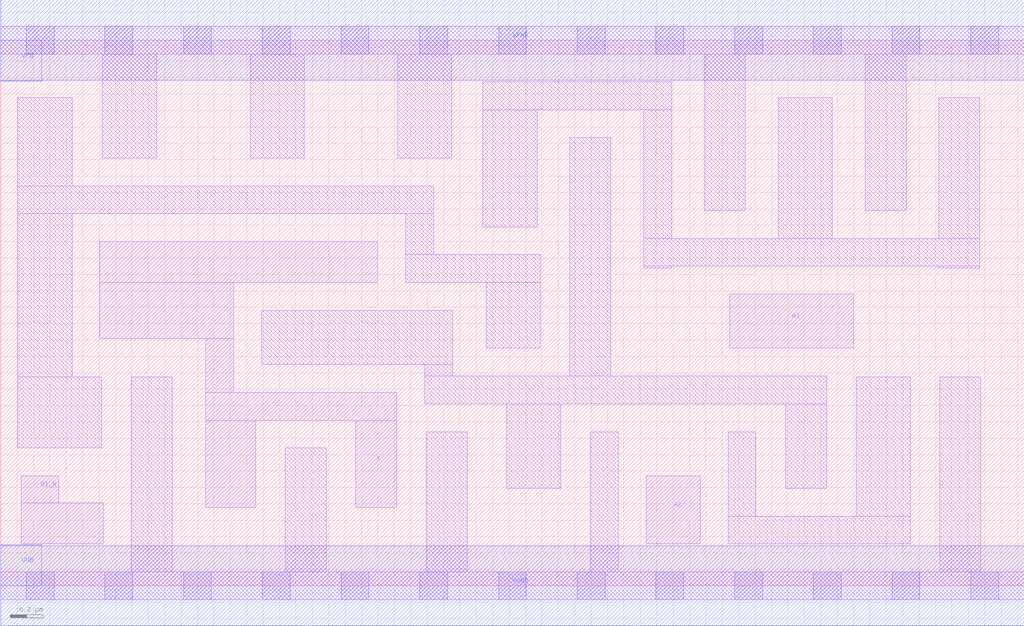
<source format=lef>
# Copyright 2020 The SkyWater PDK Authors
#
# Licensed under the Apache License, Version 2.0 (the "License");
# you may not use this file except in compliance with the License.
# You may obtain a copy of the License at
#
#     https://www.apache.org/licenses/LICENSE-2.0
#
# Unless required by applicable law or agreed to in writing, software
# distributed under the License is distributed on an "AS IS" BASIS,
# WITHOUT WARRANTIES OR CONDITIONS OF ANY KIND, either express or implied.
# See the License for the specific language governing permissions and
# limitations under the License.
#
# SPDX-License-Identifier: Apache-2.0

VERSION 5.5 ;
NAMESCASESENSITIVE ON ;
BUSBITCHARS "[]" ;
DIVIDERCHAR "/" ;
MACRO sky130_fd_sc_hs__a21bo_4
  CLASS CORE ;
  SOURCE USER ;
  ORIGIN  0.000000  0.000000 ;
  SIZE  6.240000 BY  3.330000 ;
  SYMMETRY X Y ;
  SITE unit ;
  PIN A1
    ANTENNAGATEAREA  0.492000 ;
    DIRECTION INPUT ;
    USE SIGNAL ;
    PORT
      LAYER li1 ;
        RECT 4.445000 1.450000 5.200000 1.780000 ;
    END
  END A1
  PIN A2
    ANTENNAGATEAREA  0.492000 ;
    DIRECTION INPUT ;
    USE SIGNAL ;
    PORT
      LAYER li1 ;
        RECT 3.935000 0.255000 4.265000 0.670000 ;
    END
  END A2
  PIN B1_N
    ANTENNAGATEAREA  0.246000 ;
    DIRECTION INPUT ;
    USE SIGNAL ;
    PORT
      LAYER li1 ;
        RECT 0.125000 0.255000 0.625000 0.505000 ;
        RECT 0.125000 0.505000 0.355000 0.670000 ;
    END
  END B1_N
  PIN X
    ANTENNADIFFAREA  1.086400 ;
    DIRECTION OUTPUT ;
    USE SIGNAL ;
    PORT
      LAYER li1 ;
        RECT 0.605000 1.510000 1.420000 1.850000 ;
        RECT 0.605000 1.850000 2.300000 2.100000 ;
        RECT 1.250000 0.480000 1.555000 1.010000 ;
        RECT 1.250000 1.010000 2.415000 1.180000 ;
        RECT 1.250000 1.180000 1.420000 1.510000 ;
        RECT 2.165000 0.480000 2.415000 1.010000 ;
    END
  END X
  PIN VGND
    DIRECTION INOUT ;
    USE GROUND ;
    PORT
      LAYER met1 ;
        RECT 0.000000 -0.245000 6.240000 0.245000 ;
    END
  END VGND
  PIN VNB
    DIRECTION INOUT ;
    USE GROUND ;
    PORT
      LAYER met1 ;
        RECT 0.000000 0.000000 0.250000 0.250000 ;
    END
  END VNB
  PIN VPB
    DIRECTION INOUT ;
    USE POWER ;
    PORT
      LAYER met1 ;
        RECT 0.000000 3.080000 0.250000 3.330000 ;
    END
  END VPB
  PIN VPWR
    DIRECTION INOUT ;
    USE POWER ;
    PORT
      LAYER met1 ;
        RECT 0.000000 3.085000 6.240000 3.575000 ;
    END
  END VPWR
  OBS
    LAYER li1 ;
      RECT 0.000000 -0.085000 6.240000 0.085000 ;
      RECT 0.000000  3.245000 6.240000 3.415000 ;
      RECT 0.105000  0.840000 0.615000 1.275000 ;
      RECT 0.105000  1.275000 0.435000 2.270000 ;
      RECT 0.105000  2.270000 2.640000 2.440000 ;
      RECT 0.105000  2.440000 0.435000 2.980000 ;
      RECT 0.620000  2.610000 0.950000 3.245000 ;
      RECT 0.795000  0.085000 1.045000 1.275000 ;
      RECT 1.520000  2.610000 1.850000 3.245000 ;
      RECT 1.590000  1.350000 2.755000 1.680000 ;
      RECT 1.735000  0.085000 1.985000 0.840000 ;
      RECT 2.420000  2.610000 2.750000 3.245000 ;
      RECT 2.470000  1.850000 3.290000 2.020000 ;
      RECT 2.470000  2.020000 2.640000 2.270000 ;
      RECT 2.585000  1.110000 5.035000 1.280000 ;
      RECT 2.585000  1.280000 2.755000 1.350000 ;
      RECT 2.595000  0.085000 2.845000 0.940000 ;
      RECT 2.940000  2.190000 3.270000 2.905000 ;
      RECT 2.940000  2.905000 4.090000 3.075000 ;
      RECT 2.960000  1.450000 3.290000 1.850000 ;
      RECT 3.085000  0.595000 3.415000 1.110000 ;
      RECT 3.470000  1.280000 3.720000 2.735000 ;
      RECT 3.595000  0.085000 3.765000 0.940000 ;
      RECT 3.920000  1.940000 4.090000 1.950000 ;
      RECT 3.920000  1.950000 5.970000 2.120000 ;
      RECT 3.920000  2.120000 4.090000 2.905000 ;
      RECT 4.290000  2.290000 4.540000 3.245000 ;
      RECT 4.435000  0.255000 5.545000 0.425000 ;
      RECT 4.435000  0.425000 4.605000 0.940000 ;
      RECT 4.740000  2.120000 5.070000 2.980000 ;
      RECT 4.785000  0.595000 5.035000 1.110000 ;
      RECT 5.215000  0.425000 5.545000 1.275000 ;
      RECT 5.270000  2.290000 5.520000 3.245000 ;
      RECT 5.720000  1.940000 5.970000 1.950000 ;
      RECT 5.720000  2.120000 5.970000 2.980000 ;
      RECT 5.725000  0.085000 5.975000 1.275000 ;
    LAYER mcon ;
      RECT 0.155000 -0.085000 0.325000 0.085000 ;
      RECT 0.155000  3.245000 0.325000 3.415000 ;
      RECT 0.635000 -0.085000 0.805000 0.085000 ;
      RECT 0.635000  3.245000 0.805000 3.415000 ;
      RECT 1.115000 -0.085000 1.285000 0.085000 ;
      RECT 1.115000  3.245000 1.285000 3.415000 ;
      RECT 1.595000 -0.085000 1.765000 0.085000 ;
      RECT 1.595000  3.245000 1.765000 3.415000 ;
      RECT 2.075000 -0.085000 2.245000 0.085000 ;
      RECT 2.075000  3.245000 2.245000 3.415000 ;
      RECT 2.555000 -0.085000 2.725000 0.085000 ;
      RECT 2.555000  3.245000 2.725000 3.415000 ;
      RECT 3.035000 -0.085000 3.205000 0.085000 ;
      RECT 3.035000  3.245000 3.205000 3.415000 ;
      RECT 3.515000 -0.085000 3.685000 0.085000 ;
      RECT 3.515000  3.245000 3.685000 3.415000 ;
      RECT 3.995000 -0.085000 4.165000 0.085000 ;
      RECT 3.995000  3.245000 4.165000 3.415000 ;
      RECT 4.475000 -0.085000 4.645000 0.085000 ;
      RECT 4.475000  3.245000 4.645000 3.415000 ;
      RECT 4.955000 -0.085000 5.125000 0.085000 ;
      RECT 4.955000  3.245000 5.125000 3.415000 ;
      RECT 5.435000 -0.085000 5.605000 0.085000 ;
      RECT 5.435000  3.245000 5.605000 3.415000 ;
      RECT 5.915000 -0.085000 6.085000 0.085000 ;
      RECT 5.915000  3.245000 6.085000 3.415000 ;
  END
END sky130_fd_sc_hs__a21bo_4
END LIBRARY

</source>
